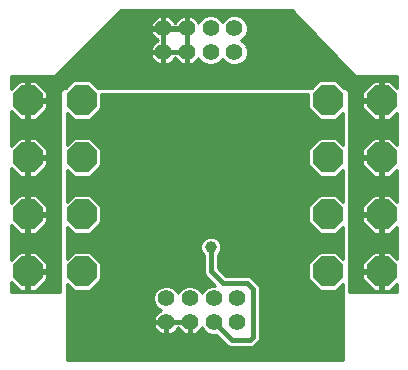
<source format=gbl>
G75*
%MOIN*%
%OFA0B0*%
%FSLAX25Y25*%
%IPPOS*%
%LPD*%
%AMOC8*
5,1,8,0,0,1.08239X$1,22.5*
%
%ADD10OC8,0.10000*%
%ADD11C,0.05543*%
%ADD12C,0.01000*%
%ADD13C,0.03600*%
%ADD14C,0.03962*%
%ADD15C,0.01600*%
D10*
X0009250Y0033250D03*
X0027250Y0033250D03*
X0027250Y0052250D03*
X0009250Y0052250D03*
X0009250Y0071250D03*
X0027250Y0071250D03*
X0027250Y0090250D03*
X0009250Y0090250D03*
X0109250Y0090250D03*
X0127250Y0090250D03*
X0127250Y0071250D03*
X0109250Y0071250D03*
X0109250Y0052250D03*
X0127250Y0052250D03*
X0127250Y0033250D03*
X0109250Y0033250D03*
D11*
X0079061Y0024187D03*
X0071187Y0024187D03*
X0063313Y0024187D03*
X0063313Y0016313D03*
X0071187Y0016313D03*
X0079061Y0016313D03*
X0055439Y0016313D03*
X0055439Y0024187D03*
X0054439Y0106313D03*
X0062313Y0106313D03*
X0062313Y0114187D03*
X0070187Y0114187D03*
X0078061Y0114187D03*
X0078061Y0106313D03*
X0070187Y0106313D03*
X0054439Y0114187D03*
D12*
X0022250Y0029058D02*
X0022250Y0003750D01*
X0114250Y0003750D01*
X0114250Y0029058D01*
X0111942Y0026750D01*
X0106558Y0026750D01*
X0102750Y0030558D01*
X0102750Y0035942D01*
X0106558Y0039750D01*
X0111942Y0039750D01*
X0114250Y0037442D01*
X0114250Y0048058D01*
X0111942Y0045750D01*
X0106558Y0045750D01*
X0102750Y0049558D01*
X0102750Y0054942D01*
X0106558Y0058750D01*
X0111942Y0058750D01*
X0114250Y0056442D01*
X0114250Y0067058D01*
X0111942Y0064750D01*
X0106558Y0064750D01*
X0102750Y0068558D01*
X0102750Y0073942D01*
X0106558Y0077750D01*
X0111942Y0077750D01*
X0114250Y0075442D01*
X0114250Y0086058D01*
X0111942Y0083750D01*
X0106558Y0083750D01*
X0102750Y0087558D01*
X0102750Y0092250D01*
X0033750Y0092250D01*
X0033750Y0087558D01*
X0029942Y0083750D01*
X0024558Y0083750D01*
X0022250Y0086058D01*
X0022250Y0075442D01*
X0024558Y0077750D01*
X0029942Y0077750D01*
X0033750Y0073942D01*
X0033750Y0068558D01*
X0029942Y0064750D01*
X0024558Y0064750D01*
X0022250Y0067058D01*
X0022250Y0056442D01*
X0024558Y0058750D01*
X0029942Y0058750D01*
X0033750Y0054942D01*
X0033750Y0049558D01*
X0029942Y0045750D01*
X0024558Y0045750D01*
X0022250Y0048058D01*
X0022250Y0037442D01*
X0024558Y0039750D01*
X0029942Y0039750D01*
X0033750Y0035942D01*
X0033750Y0030558D01*
X0029942Y0026750D01*
X0024558Y0026750D01*
X0022250Y0029058D01*
X0022250Y0028210D02*
X0023098Y0028210D01*
X0022250Y0027211D02*
X0024096Y0027211D01*
X0022250Y0026213D02*
X0051654Y0026213D01*
X0051818Y0026607D02*
X0051167Y0025037D01*
X0051167Y0023337D01*
X0051818Y0021767D01*
X0053019Y0020566D01*
X0053768Y0020256D01*
X0053200Y0019966D01*
X0052656Y0019571D01*
X0052181Y0019096D01*
X0051786Y0018552D01*
X0051480Y0017953D01*
X0051273Y0017313D01*
X0051175Y0016699D01*
X0055053Y0016699D01*
X0055053Y0015927D01*
X0055825Y0015927D01*
X0055825Y0016699D01*
X0062927Y0016699D01*
X0062927Y0015927D01*
X0063699Y0015927D01*
X0063699Y0012049D01*
X0064313Y0012147D01*
X0064953Y0012354D01*
X0065552Y0012660D01*
X0066096Y0013055D01*
X0066571Y0013530D01*
X0066966Y0014074D01*
X0067256Y0014642D01*
X0067566Y0013893D01*
X0068767Y0012692D01*
X0070337Y0012041D01*
X0072037Y0012041D01*
X0072156Y0012091D01*
X0076297Y0007950D01*
X0084203Y0007950D01*
X0085550Y0009297D01*
X0086550Y0010297D01*
X0086550Y0028203D01*
X0085203Y0029550D01*
X0083203Y0031550D01*
X0075203Y0031550D01*
X0072550Y0034203D01*
X0072550Y0038627D01*
X0073201Y0039278D01*
X0073731Y0040558D01*
X0073731Y0041942D01*
X0073201Y0043222D01*
X0072222Y0044201D01*
X0070942Y0044731D01*
X0069558Y0044731D01*
X0068278Y0044201D01*
X0067299Y0043222D01*
X0066769Y0041942D01*
X0066769Y0040558D01*
X0067299Y0039278D01*
X0067950Y0038627D01*
X0067950Y0032297D01*
X0071789Y0028459D01*
X0070337Y0028459D01*
X0068767Y0027808D01*
X0067566Y0026607D01*
X0067250Y0025845D01*
X0066934Y0026607D01*
X0065733Y0027808D01*
X0064163Y0028459D01*
X0062463Y0028459D01*
X0060893Y0027808D01*
X0059692Y0026607D01*
X0059376Y0025845D01*
X0059060Y0026607D01*
X0057859Y0027808D01*
X0056289Y0028459D01*
X0054589Y0028459D01*
X0053019Y0027808D01*
X0051818Y0026607D01*
X0052422Y0027211D02*
X0030404Y0027211D01*
X0031402Y0028210D02*
X0053989Y0028210D01*
X0056889Y0028210D02*
X0061863Y0028210D01*
X0060296Y0027211D02*
X0058456Y0027211D01*
X0059223Y0026213D02*
X0059529Y0026213D01*
X0064763Y0028210D02*
X0069737Y0028210D01*
X0071039Y0029208D02*
X0032401Y0029208D01*
X0033399Y0030207D02*
X0070040Y0030207D01*
X0069042Y0031205D02*
X0033750Y0031205D01*
X0033750Y0032204D02*
X0068043Y0032204D01*
X0067950Y0033202D02*
X0033750Y0033202D01*
X0033750Y0034201D02*
X0067950Y0034201D01*
X0067950Y0035199D02*
X0033750Y0035199D01*
X0033494Y0036198D02*
X0067950Y0036198D01*
X0067950Y0037196D02*
X0032496Y0037196D01*
X0031497Y0038195D02*
X0067950Y0038195D01*
X0067384Y0039193D02*
X0030499Y0039193D01*
X0024001Y0039193D02*
X0022250Y0039193D01*
X0022250Y0038195D02*
X0023003Y0038195D01*
X0022250Y0040192D02*
X0066920Y0040192D01*
X0066769Y0041190D02*
X0022250Y0041190D01*
X0022250Y0042189D02*
X0066871Y0042189D01*
X0067285Y0043187D02*
X0022250Y0043187D01*
X0022250Y0044186D02*
X0068263Y0044186D01*
X0072237Y0044186D02*
X0114250Y0044186D01*
X0114250Y0045184D02*
X0022250Y0045184D01*
X0022250Y0046183D02*
X0024125Y0046183D01*
X0023126Y0047182D02*
X0022250Y0047182D01*
X0020050Y0047182D02*
X0013374Y0047182D01*
X0014372Y0048180D02*
X0020050Y0048180D01*
X0020050Y0049179D02*
X0015371Y0049179D01*
X0015750Y0049558D02*
X0015750Y0051750D01*
X0009750Y0051750D01*
X0009750Y0052750D01*
X0008750Y0052750D01*
X0008750Y0058750D01*
X0006558Y0058750D01*
X0003750Y0055942D01*
X0003750Y0067558D01*
X0006558Y0064750D01*
X0008750Y0064750D01*
X0008750Y0070750D01*
X0009750Y0070750D01*
X0009750Y0071750D01*
X0008750Y0071750D01*
X0008750Y0077750D01*
X0006558Y0077750D01*
X0003750Y0074942D01*
X0003750Y0086558D01*
X0006558Y0083750D01*
X0008750Y0083750D01*
X0008750Y0089750D01*
X0009750Y0089750D01*
X0009750Y0090750D01*
X0008750Y0090750D01*
X0008750Y0096750D01*
X0006558Y0096750D01*
X0003750Y0093942D01*
X0003750Y0098250D01*
X0018250Y0098250D01*
X0040250Y0120250D01*
X0097250Y0120250D01*
X0118250Y0098250D01*
X0132250Y0098250D01*
X0132250Y0094442D01*
X0129942Y0096750D01*
X0127750Y0096750D01*
X0127750Y0090750D01*
X0126750Y0090750D01*
X0126750Y0096750D01*
X0124558Y0096750D01*
X0120750Y0092942D01*
X0120750Y0090750D01*
X0126750Y0090750D01*
X0126750Y0089750D01*
X0127750Y0089750D01*
X0127750Y0083750D01*
X0129942Y0083750D01*
X0132250Y0086058D01*
X0132250Y0075442D01*
X0129942Y0077750D01*
X0127750Y0077750D01*
X0127750Y0071750D01*
X0126750Y0071750D01*
X0126750Y0077750D01*
X0124558Y0077750D01*
X0120750Y0073942D01*
X0120750Y0071750D01*
X0126750Y0071750D01*
X0126750Y0070750D01*
X0127750Y0070750D01*
X0127750Y0064750D01*
X0129942Y0064750D01*
X0132250Y0067058D01*
X0132250Y0056442D01*
X0129942Y0058750D01*
X0127750Y0058750D01*
X0127750Y0052750D01*
X0126750Y0052750D01*
X0126750Y0058750D01*
X0124558Y0058750D01*
X0120750Y0054942D01*
X0120750Y0052750D01*
X0126750Y0052750D01*
X0126750Y0051750D01*
X0127750Y0051750D01*
X0127750Y0045750D01*
X0129942Y0045750D01*
X0132250Y0048058D01*
X0132250Y0037442D01*
X0129942Y0039750D01*
X0127750Y0039750D01*
X0127750Y0033750D01*
X0126750Y0033750D01*
X0126750Y0039750D01*
X0124558Y0039750D01*
X0120750Y0035942D01*
X0120750Y0033750D01*
X0126750Y0033750D01*
X0126750Y0032750D01*
X0127750Y0032750D01*
X0127750Y0026750D01*
X0129942Y0026750D01*
X0132250Y0029058D01*
X0132250Y0026250D01*
X0116450Y0026250D01*
X0116450Y0093161D01*
X0115161Y0094450D01*
X0114525Y0094450D01*
X0112025Y0096950D01*
X0106475Y0096950D01*
X0103975Y0094450D01*
X0032525Y0094450D01*
X0030025Y0096950D01*
X0024475Y0096950D01*
X0021975Y0094450D01*
X0021339Y0094450D01*
X0020050Y0093161D01*
X0020050Y0026250D01*
X0003750Y0026250D01*
X0003750Y0029558D01*
X0006558Y0026750D01*
X0008750Y0026750D01*
X0008750Y0032750D01*
X0009750Y0032750D01*
X0009750Y0033750D01*
X0008750Y0033750D01*
X0008750Y0039750D01*
X0006558Y0039750D01*
X0003750Y0036942D01*
X0003750Y0048558D01*
X0006558Y0045750D01*
X0008750Y0045750D01*
X0008750Y0051750D01*
X0009750Y0051750D01*
X0009750Y0045750D01*
X0011942Y0045750D01*
X0015750Y0049558D01*
X0015750Y0050177D02*
X0020050Y0050177D01*
X0020050Y0051176D02*
X0015750Y0051176D01*
X0015750Y0052750D02*
X0015750Y0054942D01*
X0011942Y0058750D01*
X0009750Y0058750D01*
X0009750Y0052750D01*
X0015750Y0052750D01*
X0015750Y0053173D02*
X0020050Y0053173D01*
X0020050Y0054171D02*
X0015750Y0054171D01*
X0015523Y0055170D02*
X0020050Y0055170D01*
X0020050Y0056168D02*
X0014524Y0056168D01*
X0013526Y0057167D02*
X0020050Y0057167D01*
X0020050Y0058165D02*
X0012527Y0058165D01*
X0009750Y0058165D02*
X0008750Y0058165D01*
X0008750Y0057167D02*
X0009750Y0057167D01*
X0009750Y0056168D02*
X0008750Y0056168D01*
X0008750Y0055170D02*
X0009750Y0055170D01*
X0009750Y0054171D02*
X0008750Y0054171D01*
X0008750Y0053173D02*
X0009750Y0053173D01*
X0009750Y0052174D02*
X0020050Y0052174D01*
X0022250Y0057167D02*
X0022974Y0057167D01*
X0022250Y0058165D02*
X0023973Y0058165D01*
X0022250Y0059164D02*
X0114250Y0059164D01*
X0114250Y0060162D02*
X0022250Y0060162D01*
X0022250Y0061161D02*
X0114250Y0061161D01*
X0114250Y0062159D02*
X0022250Y0062159D01*
X0022250Y0063158D02*
X0114250Y0063158D01*
X0114250Y0064156D02*
X0022250Y0064156D01*
X0022250Y0065155D02*
X0024153Y0065155D01*
X0023154Y0066153D02*
X0022250Y0066153D01*
X0020050Y0066153D02*
X0013346Y0066153D01*
X0014344Y0067152D02*
X0020050Y0067152D01*
X0020050Y0068150D02*
X0015343Y0068150D01*
X0015750Y0068558D02*
X0015750Y0070750D01*
X0009750Y0070750D01*
X0009750Y0064750D01*
X0011942Y0064750D01*
X0015750Y0068558D01*
X0015750Y0069149D02*
X0020050Y0069149D01*
X0020050Y0070147D02*
X0015750Y0070147D01*
X0015750Y0071750D02*
X0015750Y0073942D01*
X0011942Y0077750D01*
X0009750Y0077750D01*
X0009750Y0071750D01*
X0015750Y0071750D01*
X0015750Y0072144D02*
X0020050Y0072144D01*
X0020050Y0071146D02*
X0009750Y0071146D01*
X0009750Y0072144D02*
X0008750Y0072144D01*
X0008750Y0073143D02*
X0009750Y0073143D01*
X0009750Y0074141D02*
X0008750Y0074141D01*
X0008750Y0075140D02*
X0009750Y0075140D01*
X0009750Y0076138D02*
X0008750Y0076138D01*
X0008750Y0077137D02*
X0009750Y0077137D01*
X0012555Y0077137D02*
X0020050Y0077137D01*
X0020050Y0078135D02*
X0003750Y0078135D01*
X0003750Y0077137D02*
X0005945Y0077137D01*
X0004946Y0076138D02*
X0003750Y0076138D01*
X0003750Y0075140D02*
X0003947Y0075140D01*
X0003750Y0079134D02*
X0020050Y0079134D01*
X0020050Y0080132D02*
X0003750Y0080132D01*
X0003750Y0081131D02*
X0020050Y0081131D01*
X0020050Y0082129D02*
X0003750Y0082129D01*
X0003750Y0083128D02*
X0020050Y0083128D01*
X0020050Y0084126D02*
X0012319Y0084126D01*
X0011942Y0083750D02*
X0015750Y0087558D01*
X0015750Y0089750D01*
X0009750Y0089750D01*
X0009750Y0083750D01*
X0011942Y0083750D01*
X0013317Y0085125D02*
X0020050Y0085125D01*
X0020050Y0086123D02*
X0014316Y0086123D01*
X0015314Y0087122D02*
X0020050Y0087122D01*
X0020050Y0088120D02*
X0015750Y0088120D01*
X0015750Y0089119D02*
X0020050Y0089119D01*
X0020050Y0090118D02*
X0009750Y0090118D01*
X0009750Y0090750D02*
X0015750Y0090750D01*
X0015750Y0092942D01*
X0011942Y0096750D01*
X0009750Y0096750D01*
X0009750Y0090750D01*
X0009750Y0091116D02*
X0008750Y0091116D01*
X0008750Y0092115D02*
X0009750Y0092115D01*
X0009750Y0093113D02*
X0008750Y0093113D01*
X0008750Y0094112D02*
X0009750Y0094112D01*
X0009750Y0095110D02*
X0008750Y0095110D01*
X0008750Y0096109D02*
X0009750Y0096109D01*
X0012584Y0096109D02*
X0023633Y0096109D01*
X0022635Y0095110D02*
X0013582Y0095110D01*
X0014581Y0094112D02*
X0021000Y0094112D01*
X0020050Y0093113D02*
X0015579Y0093113D01*
X0015750Y0092115D02*
X0020050Y0092115D01*
X0020050Y0091116D02*
X0015750Y0091116D01*
X0009750Y0089119D02*
X0008750Y0089119D01*
X0008750Y0088120D02*
X0009750Y0088120D01*
X0009750Y0087122D02*
X0008750Y0087122D01*
X0008750Y0086123D02*
X0009750Y0086123D01*
X0009750Y0085125D02*
X0008750Y0085125D01*
X0008750Y0084126D02*
X0009750Y0084126D01*
X0006181Y0084126D02*
X0003750Y0084126D01*
X0003750Y0085125D02*
X0005183Y0085125D01*
X0004184Y0086123D02*
X0003750Y0086123D01*
X0003750Y0094112D02*
X0003919Y0094112D01*
X0003750Y0095110D02*
X0004918Y0095110D01*
X0005916Y0096109D02*
X0003750Y0096109D01*
X0003750Y0097107D02*
X0132250Y0097107D01*
X0132250Y0096109D02*
X0130584Y0096109D01*
X0131582Y0095110D02*
X0132250Y0095110D01*
X0132250Y0098106D02*
X0003750Y0098106D01*
X0019104Y0099104D02*
X0117435Y0099104D01*
X0116482Y0100103D02*
X0020103Y0100103D01*
X0021101Y0101101D02*
X0115528Y0101101D01*
X0114575Y0102100D02*
X0079574Y0102100D01*
X0078950Y0101841D02*
X0080594Y0102522D01*
X0081852Y0103780D01*
X0082533Y0105424D01*
X0082533Y0107202D01*
X0081852Y0108846D01*
X0080594Y0110104D01*
X0080241Y0110250D01*
X0080594Y0110396D01*
X0081852Y0111654D01*
X0082533Y0113298D01*
X0082533Y0115076D01*
X0081852Y0116720D01*
X0080594Y0117978D01*
X0078950Y0118659D01*
X0077172Y0118659D01*
X0075528Y0117978D01*
X0074270Y0116720D01*
X0074124Y0116367D01*
X0073978Y0116720D01*
X0072720Y0117978D01*
X0071076Y0118659D01*
X0069298Y0118659D01*
X0067654Y0117978D01*
X0066396Y0116720D01*
X0066136Y0116093D01*
X0065966Y0116426D01*
X0065571Y0116970D01*
X0065096Y0117445D01*
X0064552Y0117840D01*
X0063953Y0118146D01*
X0063313Y0118353D01*
X0062699Y0118451D01*
X0062699Y0114573D01*
X0061927Y0114573D01*
X0061927Y0118451D01*
X0061313Y0118353D01*
X0060673Y0118146D01*
X0060074Y0117840D01*
X0059530Y0117445D01*
X0059055Y0116970D01*
X0058660Y0116426D01*
X0058376Y0115869D01*
X0058092Y0116426D01*
X0057697Y0116970D01*
X0057222Y0117445D01*
X0056678Y0117840D01*
X0056079Y0118146D01*
X0055439Y0118353D01*
X0054825Y0118451D01*
X0054825Y0114573D01*
X0061927Y0114573D01*
X0061927Y0113801D01*
X0062699Y0113801D01*
X0062699Y0109923D01*
X0062699Y0106699D01*
X0061927Y0106699D01*
X0061927Y0113801D01*
X0058049Y0113801D01*
X0054825Y0113801D01*
X0054825Y0114573D01*
X0054053Y0114573D01*
X0054053Y0118451D01*
X0053439Y0118353D01*
X0052799Y0118146D01*
X0052200Y0117840D01*
X0051656Y0117445D01*
X0051181Y0116970D01*
X0050786Y0116426D01*
X0050480Y0115827D01*
X0050273Y0115187D01*
X0050175Y0114573D01*
X0054053Y0114573D01*
X0054053Y0113801D01*
X0054825Y0113801D01*
X0054825Y0109923D01*
X0054825Y0106699D01*
X0054053Y0106699D01*
X0054053Y0113801D01*
X0050175Y0113801D01*
X0050273Y0113187D01*
X0050480Y0112547D01*
X0050786Y0111948D01*
X0051181Y0111404D01*
X0051656Y0110929D01*
X0052200Y0110534D01*
X0052757Y0110250D01*
X0052200Y0109966D01*
X0051656Y0109571D01*
X0051181Y0109096D01*
X0050786Y0108552D01*
X0050480Y0107953D01*
X0050273Y0107313D01*
X0050175Y0106699D01*
X0054053Y0106699D01*
X0054053Y0105927D01*
X0054825Y0105927D01*
X0054825Y0106699D01*
X0061927Y0106699D01*
X0061927Y0105927D01*
X0062699Y0105927D01*
X0062699Y0102049D01*
X0063313Y0102147D01*
X0063953Y0102354D01*
X0064552Y0102660D01*
X0065096Y0103055D01*
X0065571Y0103530D01*
X0065966Y0104074D01*
X0066136Y0104407D01*
X0066396Y0103780D01*
X0067654Y0102522D01*
X0069298Y0101841D01*
X0071076Y0101841D01*
X0072720Y0102522D01*
X0073978Y0103780D01*
X0074124Y0104133D01*
X0074270Y0103780D01*
X0075528Y0102522D01*
X0077172Y0101841D01*
X0078950Y0101841D01*
X0076548Y0102100D02*
X0071700Y0102100D01*
X0073296Y0103098D02*
X0074952Y0103098D01*
X0074139Y0104097D02*
X0074109Y0104097D01*
X0068674Y0102100D02*
X0063017Y0102100D01*
X0062699Y0102100D02*
X0061927Y0102100D01*
X0061927Y0102049D02*
X0061927Y0105927D01*
X0058049Y0105927D01*
X0054825Y0105927D01*
X0054825Y0102049D01*
X0055439Y0102147D01*
X0056079Y0102354D01*
X0056678Y0102660D01*
X0057222Y0103055D01*
X0057697Y0103530D01*
X0058092Y0104074D01*
X0058376Y0104631D01*
X0058660Y0104074D01*
X0059055Y0103530D01*
X0059530Y0103055D01*
X0060074Y0102660D01*
X0060673Y0102354D01*
X0061313Y0102147D01*
X0061927Y0102049D01*
X0061609Y0102100D02*
X0055143Y0102100D01*
X0054825Y0102100D02*
X0054053Y0102100D01*
X0054053Y0102049D02*
X0054053Y0105927D01*
X0050175Y0105927D01*
X0050273Y0105313D01*
X0050480Y0104673D01*
X0050786Y0104074D01*
X0051181Y0103530D01*
X0051656Y0103055D01*
X0052200Y0102660D01*
X0052799Y0102354D01*
X0053439Y0102147D01*
X0054053Y0102049D01*
X0053735Y0102100D02*
X0022100Y0102100D01*
X0023098Y0103098D02*
X0051613Y0103098D01*
X0050774Y0104097D02*
X0024097Y0104097D01*
X0025095Y0105095D02*
X0050343Y0105095D01*
X0050237Y0107092D02*
X0027092Y0107092D01*
X0026094Y0106094D02*
X0054053Y0106094D01*
X0054825Y0106094D02*
X0061927Y0106094D01*
X0061927Y0107092D02*
X0062699Y0107092D01*
X0062699Y0108091D02*
X0061927Y0108091D01*
X0061927Y0109089D02*
X0062699Y0109089D01*
X0062699Y0110088D02*
X0061927Y0110088D01*
X0061927Y0111086D02*
X0062699Y0111086D01*
X0062699Y0112085D02*
X0061927Y0112085D01*
X0061927Y0113083D02*
X0062699Y0113083D01*
X0061927Y0114082D02*
X0054825Y0114082D01*
X0054053Y0114082D02*
X0034082Y0114082D01*
X0035080Y0115080D02*
X0050256Y0115080D01*
X0050609Y0116079D02*
X0036079Y0116079D01*
X0037077Y0117077D02*
X0051288Y0117077D01*
X0052662Y0118076D02*
X0038076Y0118076D01*
X0039074Y0119074D02*
X0098372Y0119074D01*
X0099325Y0118076D02*
X0080358Y0118076D01*
X0081495Y0117077D02*
X0100278Y0117077D01*
X0101232Y0116079D02*
X0082117Y0116079D01*
X0082531Y0115080D02*
X0102185Y0115080D01*
X0103138Y0114082D02*
X0082533Y0114082D01*
X0082444Y0113083D02*
X0104091Y0113083D01*
X0105044Y0112085D02*
X0082030Y0112085D01*
X0081284Y0111086D02*
X0105997Y0111086D01*
X0106950Y0110088D02*
X0080610Y0110088D01*
X0081609Y0109089D02*
X0107903Y0109089D01*
X0108857Y0108091D02*
X0082165Y0108091D01*
X0082533Y0107092D02*
X0109810Y0107092D01*
X0110763Y0106094D02*
X0082533Y0106094D01*
X0082397Y0105095D02*
X0111716Y0105095D01*
X0112669Y0104097D02*
X0081983Y0104097D01*
X0081170Y0103098D02*
X0113622Y0103098D01*
X0112867Y0096109D02*
X0123916Y0096109D01*
X0122918Y0095110D02*
X0113865Y0095110D01*
X0115500Y0094112D02*
X0121919Y0094112D01*
X0120921Y0093113D02*
X0116450Y0093113D01*
X0116450Y0092115D02*
X0120750Y0092115D01*
X0120750Y0091116D02*
X0116450Y0091116D01*
X0116450Y0090118D02*
X0126750Y0090118D01*
X0126750Y0089750D02*
X0120750Y0089750D01*
X0120750Y0087558D01*
X0124558Y0083750D01*
X0126750Y0083750D01*
X0126750Y0089750D01*
X0126750Y0089119D02*
X0127750Y0089119D01*
X0127750Y0088120D02*
X0126750Y0088120D01*
X0126750Y0087122D02*
X0127750Y0087122D01*
X0127750Y0086123D02*
X0126750Y0086123D01*
X0126750Y0085125D02*
X0127750Y0085125D01*
X0127750Y0084126D02*
X0126750Y0084126D01*
X0124181Y0084126D02*
X0116450Y0084126D01*
X0116450Y0083128D02*
X0132250Y0083128D01*
X0132250Y0084126D02*
X0130319Y0084126D01*
X0131317Y0085125D02*
X0132250Y0085125D01*
X0132250Y0082129D02*
X0116450Y0082129D01*
X0116450Y0081131D02*
X0132250Y0081131D01*
X0132250Y0080132D02*
X0116450Y0080132D01*
X0116450Y0079134D02*
X0132250Y0079134D01*
X0132250Y0078135D02*
X0116450Y0078135D01*
X0116450Y0077137D02*
X0123944Y0077137D01*
X0122946Y0076138D02*
X0116450Y0076138D01*
X0116450Y0075140D02*
X0121947Y0075140D01*
X0120949Y0074141D02*
X0116450Y0074141D01*
X0116450Y0073143D02*
X0120750Y0073143D01*
X0120750Y0072144D02*
X0116450Y0072144D01*
X0116450Y0071146D02*
X0126750Y0071146D01*
X0126750Y0070750D02*
X0120750Y0070750D01*
X0120750Y0068558D01*
X0124558Y0064750D01*
X0126750Y0064750D01*
X0126750Y0070750D01*
X0126750Y0070147D02*
X0127750Y0070147D01*
X0127750Y0069149D02*
X0126750Y0069149D01*
X0126750Y0068150D02*
X0127750Y0068150D01*
X0127750Y0067152D02*
X0126750Y0067152D01*
X0126750Y0066153D02*
X0127750Y0066153D01*
X0127750Y0065155D02*
X0126750Y0065155D01*
X0124153Y0065155D02*
X0116450Y0065155D01*
X0116450Y0066153D02*
X0123154Y0066153D01*
X0122156Y0067152D02*
X0116450Y0067152D01*
X0116450Y0068150D02*
X0121157Y0068150D01*
X0120750Y0069149D02*
X0116450Y0069149D01*
X0116450Y0070147D02*
X0120750Y0070147D01*
X0126750Y0072144D02*
X0127750Y0072144D01*
X0127750Y0073143D02*
X0126750Y0073143D01*
X0126750Y0074141D02*
X0127750Y0074141D01*
X0127750Y0075140D02*
X0126750Y0075140D01*
X0126750Y0076138D02*
X0127750Y0076138D01*
X0127750Y0077137D02*
X0126750Y0077137D01*
X0130555Y0077137D02*
X0132250Y0077137D01*
X0132250Y0076138D02*
X0131554Y0076138D01*
X0123183Y0085125D02*
X0116450Y0085125D01*
X0116450Y0086123D02*
X0122184Y0086123D01*
X0121186Y0087122D02*
X0116450Y0087122D01*
X0116450Y0088120D02*
X0120750Y0088120D01*
X0120750Y0089119D02*
X0116450Y0089119D01*
X0114250Y0085125D02*
X0113317Y0085125D01*
X0114250Y0084126D02*
X0112319Y0084126D01*
X0114250Y0083128D02*
X0022250Y0083128D01*
X0022250Y0084126D02*
X0024181Y0084126D01*
X0023183Y0085125D02*
X0022250Y0085125D01*
X0022250Y0082129D02*
X0114250Y0082129D01*
X0114250Y0081131D02*
X0022250Y0081131D01*
X0022250Y0080132D02*
X0114250Y0080132D01*
X0114250Y0079134D02*
X0022250Y0079134D01*
X0022250Y0078135D02*
X0114250Y0078135D01*
X0114250Y0077137D02*
X0112555Y0077137D01*
X0113554Y0076138D02*
X0114250Y0076138D01*
X0105944Y0077137D02*
X0030555Y0077137D01*
X0031554Y0076138D02*
X0104946Y0076138D01*
X0103947Y0075140D02*
X0032553Y0075140D01*
X0033551Y0074141D02*
X0102949Y0074141D01*
X0102750Y0073143D02*
X0033750Y0073143D01*
X0033750Y0072144D02*
X0102750Y0072144D01*
X0102750Y0071146D02*
X0033750Y0071146D01*
X0033750Y0070147D02*
X0102750Y0070147D01*
X0102750Y0069149D02*
X0033750Y0069149D01*
X0033343Y0068150D02*
X0103157Y0068150D01*
X0104156Y0067152D02*
X0032344Y0067152D01*
X0031346Y0066153D02*
X0105154Y0066153D01*
X0106153Y0065155D02*
X0030347Y0065155D01*
X0030527Y0058165D02*
X0105973Y0058165D01*
X0104974Y0057167D02*
X0031526Y0057167D01*
X0032524Y0056168D02*
X0103976Y0056168D01*
X0102977Y0055170D02*
X0033523Y0055170D01*
X0033750Y0054171D02*
X0102750Y0054171D01*
X0102750Y0053173D02*
X0033750Y0053173D01*
X0033750Y0052174D02*
X0102750Y0052174D01*
X0102750Y0051176D02*
X0033750Y0051176D01*
X0033750Y0050177D02*
X0102750Y0050177D01*
X0103129Y0049179D02*
X0033371Y0049179D01*
X0032372Y0048180D02*
X0104128Y0048180D01*
X0105126Y0047182D02*
X0031374Y0047182D01*
X0030375Y0046183D02*
X0106125Y0046183D01*
X0112375Y0046183D02*
X0114250Y0046183D01*
X0114250Y0047182D02*
X0113374Y0047182D01*
X0116450Y0047182D02*
X0123126Y0047182D01*
X0122128Y0048180D02*
X0116450Y0048180D01*
X0116450Y0049179D02*
X0121129Y0049179D01*
X0120750Y0049558D02*
X0124558Y0045750D01*
X0126750Y0045750D01*
X0126750Y0051750D01*
X0120750Y0051750D01*
X0120750Y0049558D01*
X0120750Y0050177D02*
X0116450Y0050177D01*
X0116450Y0051176D02*
X0120750Y0051176D01*
X0120750Y0053173D02*
X0116450Y0053173D01*
X0116450Y0054171D02*
X0120750Y0054171D01*
X0120977Y0055170D02*
X0116450Y0055170D01*
X0116450Y0056168D02*
X0121976Y0056168D01*
X0122974Y0057167D02*
X0116450Y0057167D01*
X0116450Y0058165D02*
X0123973Y0058165D01*
X0126750Y0058165D02*
X0127750Y0058165D01*
X0127750Y0057167D02*
X0126750Y0057167D01*
X0126750Y0056168D02*
X0127750Y0056168D01*
X0127750Y0055170D02*
X0126750Y0055170D01*
X0126750Y0054171D02*
X0127750Y0054171D01*
X0127750Y0053173D02*
X0126750Y0053173D01*
X0126750Y0052174D02*
X0116450Y0052174D01*
X0114250Y0057167D02*
X0113526Y0057167D01*
X0114250Y0058165D02*
X0112527Y0058165D01*
X0116450Y0059164D02*
X0132250Y0059164D01*
X0132250Y0060162D02*
X0116450Y0060162D01*
X0116450Y0061161D02*
X0132250Y0061161D01*
X0132250Y0062159D02*
X0116450Y0062159D01*
X0116450Y0063158D02*
X0132250Y0063158D01*
X0132250Y0064156D02*
X0116450Y0064156D01*
X0114250Y0065155D02*
X0112347Y0065155D01*
X0113346Y0066153D02*
X0114250Y0066153D01*
X0126750Y0051176D02*
X0127750Y0051176D01*
X0127750Y0050177D02*
X0126750Y0050177D01*
X0126750Y0049179D02*
X0127750Y0049179D01*
X0127750Y0048180D02*
X0126750Y0048180D01*
X0126750Y0047182D02*
X0127750Y0047182D01*
X0127750Y0046183D02*
X0126750Y0046183D01*
X0124125Y0046183D02*
X0116450Y0046183D01*
X0116450Y0045184D02*
X0132250Y0045184D01*
X0132250Y0044186D02*
X0116450Y0044186D01*
X0116450Y0043187D02*
X0132250Y0043187D01*
X0132250Y0042189D02*
X0116450Y0042189D01*
X0116450Y0041190D02*
X0132250Y0041190D01*
X0132250Y0040192D02*
X0116450Y0040192D01*
X0116450Y0039193D02*
X0124001Y0039193D01*
X0123003Y0038195D02*
X0116450Y0038195D01*
X0116450Y0037196D02*
X0122004Y0037196D01*
X0121006Y0036198D02*
X0116450Y0036198D01*
X0116450Y0035199D02*
X0120750Y0035199D01*
X0120750Y0034201D02*
X0116450Y0034201D01*
X0116450Y0033202D02*
X0126750Y0033202D01*
X0126750Y0032750D02*
X0120750Y0032750D01*
X0120750Y0030558D01*
X0124558Y0026750D01*
X0126750Y0026750D01*
X0126750Y0032750D01*
X0126750Y0032204D02*
X0127750Y0032204D01*
X0127750Y0031205D02*
X0126750Y0031205D01*
X0126750Y0030207D02*
X0127750Y0030207D01*
X0127750Y0029208D02*
X0126750Y0029208D01*
X0126750Y0028210D02*
X0127750Y0028210D01*
X0127750Y0027211D02*
X0126750Y0027211D01*
X0124096Y0027211D02*
X0116450Y0027211D01*
X0116450Y0028210D02*
X0123098Y0028210D01*
X0122099Y0029208D02*
X0116450Y0029208D01*
X0116450Y0030207D02*
X0121101Y0030207D01*
X0120750Y0031205D02*
X0116450Y0031205D01*
X0116450Y0032204D02*
X0120750Y0032204D01*
X0126750Y0034201D02*
X0127750Y0034201D01*
X0127750Y0035199D02*
X0126750Y0035199D01*
X0126750Y0036198D02*
X0127750Y0036198D01*
X0127750Y0037196D02*
X0126750Y0037196D01*
X0126750Y0038195D02*
X0127750Y0038195D01*
X0127750Y0039193D02*
X0126750Y0039193D01*
X0130499Y0039193D02*
X0132250Y0039193D01*
X0132250Y0038195D02*
X0131497Y0038195D01*
X0132250Y0046183D02*
X0130375Y0046183D01*
X0131374Y0047182D02*
X0132250Y0047182D01*
X0132250Y0057167D02*
X0131526Y0057167D01*
X0132250Y0058165D02*
X0130527Y0058165D01*
X0130347Y0065155D02*
X0132250Y0065155D01*
X0132250Y0066153D02*
X0131346Y0066153D01*
X0114250Y0043187D02*
X0073215Y0043187D01*
X0073629Y0042189D02*
X0114250Y0042189D01*
X0114250Y0041190D02*
X0073731Y0041190D01*
X0073580Y0040192D02*
X0114250Y0040192D01*
X0114250Y0039193D02*
X0112499Y0039193D01*
X0113497Y0038195D02*
X0114250Y0038195D01*
X0106001Y0039193D02*
X0073116Y0039193D01*
X0072550Y0038195D02*
X0105003Y0038195D01*
X0104004Y0037196D02*
X0072550Y0037196D01*
X0072550Y0036198D02*
X0103006Y0036198D01*
X0102750Y0035199D02*
X0072550Y0035199D01*
X0072552Y0034201D02*
X0102750Y0034201D01*
X0102750Y0033202D02*
X0073550Y0033202D01*
X0074549Y0032204D02*
X0102750Y0032204D01*
X0102750Y0031205D02*
X0083547Y0031205D01*
X0084546Y0030207D02*
X0103101Y0030207D01*
X0104099Y0029208D02*
X0085544Y0029208D01*
X0086543Y0028210D02*
X0105098Y0028210D01*
X0106096Y0027211D02*
X0086550Y0027211D01*
X0086550Y0026213D02*
X0114250Y0026213D01*
X0114250Y0027211D02*
X0112404Y0027211D01*
X0113402Y0028210D02*
X0114250Y0028210D01*
X0114250Y0025214D02*
X0086550Y0025214D01*
X0086550Y0024216D02*
X0114250Y0024216D01*
X0114250Y0023217D02*
X0086550Y0023217D01*
X0086550Y0022219D02*
X0114250Y0022219D01*
X0114250Y0021220D02*
X0086550Y0021220D01*
X0086550Y0020222D02*
X0114250Y0020222D01*
X0114250Y0019223D02*
X0086550Y0019223D01*
X0086550Y0018225D02*
X0114250Y0018225D01*
X0114250Y0017226D02*
X0086550Y0017226D01*
X0086550Y0016228D02*
X0114250Y0016228D01*
X0114250Y0015229D02*
X0086550Y0015229D01*
X0086550Y0014231D02*
X0114250Y0014231D01*
X0114250Y0013232D02*
X0086550Y0013232D01*
X0086550Y0012234D02*
X0114250Y0012234D01*
X0114250Y0011235D02*
X0086550Y0011235D01*
X0086489Y0010237D02*
X0114250Y0010237D01*
X0114250Y0009238D02*
X0085491Y0009238D01*
X0084492Y0008240D02*
X0114250Y0008240D01*
X0114250Y0007241D02*
X0022250Y0007241D01*
X0022250Y0006243D02*
X0114250Y0006243D01*
X0114250Y0005244D02*
X0022250Y0005244D01*
X0022250Y0004246D02*
X0114250Y0004246D01*
X0130404Y0027211D02*
X0132250Y0027211D01*
X0132250Y0028210D02*
X0131402Y0028210D01*
X0076008Y0008240D02*
X0022250Y0008240D01*
X0022250Y0009238D02*
X0075009Y0009238D01*
X0074011Y0010237D02*
X0022250Y0010237D01*
X0022250Y0011235D02*
X0073012Y0011235D01*
X0069873Y0012234D02*
X0064581Y0012234D01*
X0063699Y0012234D02*
X0062927Y0012234D01*
X0062927Y0012049D02*
X0062927Y0015927D01*
X0059049Y0015927D01*
X0055825Y0015927D01*
X0055825Y0012049D01*
X0056439Y0012147D01*
X0057079Y0012354D01*
X0057678Y0012660D01*
X0058222Y0013055D01*
X0058697Y0013530D01*
X0059092Y0014074D01*
X0059376Y0014631D01*
X0059660Y0014074D01*
X0060055Y0013530D01*
X0060530Y0013055D01*
X0061074Y0012660D01*
X0061673Y0012354D01*
X0062313Y0012147D01*
X0062927Y0012049D01*
X0062045Y0012234D02*
X0056707Y0012234D01*
X0055825Y0012234D02*
X0055053Y0012234D01*
X0055053Y0012049D02*
X0055053Y0015927D01*
X0051175Y0015927D01*
X0051273Y0015313D01*
X0051480Y0014673D01*
X0051786Y0014074D01*
X0052181Y0013530D01*
X0052656Y0013055D01*
X0053200Y0012660D01*
X0053799Y0012354D01*
X0054439Y0012147D01*
X0055053Y0012049D01*
X0054171Y0012234D02*
X0022250Y0012234D01*
X0022250Y0013232D02*
X0052479Y0013232D01*
X0051706Y0014231D02*
X0022250Y0014231D01*
X0022250Y0015229D02*
X0051300Y0015229D01*
X0051259Y0017226D02*
X0022250Y0017226D01*
X0022250Y0016228D02*
X0055053Y0016228D01*
X0055825Y0016228D02*
X0062927Y0016228D01*
X0062927Y0015229D02*
X0063699Y0015229D01*
X0063699Y0014231D02*
X0062927Y0014231D01*
X0062927Y0013232D02*
X0063699Y0013232D01*
X0066273Y0013232D02*
X0068227Y0013232D01*
X0067426Y0014231D02*
X0067046Y0014231D01*
X0060353Y0013232D02*
X0058399Y0013232D01*
X0059172Y0014231D02*
X0059580Y0014231D01*
X0055825Y0014231D02*
X0055053Y0014231D01*
X0055053Y0015229D02*
X0055825Y0015229D01*
X0055825Y0013232D02*
X0055053Y0013232D01*
X0051619Y0018225D02*
X0022250Y0018225D01*
X0022250Y0019223D02*
X0052308Y0019223D01*
X0053701Y0020222D02*
X0022250Y0020222D01*
X0022250Y0021220D02*
X0052365Y0021220D01*
X0051631Y0022219D02*
X0022250Y0022219D01*
X0022250Y0023217D02*
X0051217Y0023217D01*
X0051167Y0024216D02*
X0022250Y0024216D01*
X0022250Y0025214D02*
X0051241Y0025214D01*
X0066330Y0027211D02*
X0068170Y0027211D01*
X0067403Y0026213D02*
X0067097Y0026213D01*
X0020050Y0027211D02*
X0012404Y0027211D01*
X0011942Y0026750D02*
X0015750Y0030558D01*
X0015750Y0032750D01*
X0009750Y0032750D01*
X0009750Y0026750D01*
X0011942Y0026750D01*
X0009750Y0027211D02*
X0008750Y0027211D01*
X0008750Y0028210D02*
X0009750Y0028210D01*
X0009750Y0029208D02*
X0008750Y0029208D01*
X0008750Y0030207D02*
X0009750Y0030207D01*
X0009750Y0031205D02*
X0008750Y0031205D01*
X0008750Y0032204D02*
X0009750Y0032204D01*
X0009750Y0033202D02*
X0020050Y0033202D01*
X0020050Y0032204D02*
X0015750Y0032204D01*
X0015750Y0031205D02*
X0020050Y0031205D01*
X0020050Y0030207D02*
X0015399Y0030207D01*
X0014401Y0029208D02*
X0020050Y0029208D01*
X0020050Y0028210D02*
X0013402Y0028210D01*
X0015750Y0033750D02*
X0009750Y0033750D01*
X0009750Y0039750D01*
X0011942Y0039750D01*
X0015750Y0035942D01*
X0015750Y0033750D01*
X0015750Y0034201D02*
X0020050Y0034201D01*
X0020050Y0035199D02*
X0015750Y0035199D01*
X0015494Y0036198D02*
X0020050Y0036198D01*
X0020050Y0037196D02*
X0014496Y0037196D01*
X0013497Y0038195D02*
X0020050Y0038195D01*
X0020050Y0039193D02*
X0012499Y0039193D01*
X0009750Y0039193D02*
X0008750Y0039193D01*
X0008750Y0038195D02*
X0009750Y0038195D01*
X0009750Y0037196D02*
X0008750Y0037196D01*
X0008750Y0036198D02*
X0009750Y0036198D01*
X0009750Y0035199D02*
X0008750Y0035199D01*
X0008750Y0034201D02*
X0009750Y0034201D01*
X0005003Y0038195D02*
X0003750Y0038195D01*
X0003750Y0039193D02*
X0006001Y0039193D01*
X0003750Y0040192D02*
X0020050Y0040192D01*
X0020050Y0041190D02*
X0003750Y0041190D01*
X0003750Y0042189D02*
X0020050Y0042189D01*
X0020050Y0043187D02*
X0003750Y0043187D01*
X0003750Y0044186D02*
X0020050Y0044186D01*
X0020050Y0045184D02*
X0003750Y0045184D01*
X0003750Y0046183D02*
X0006125Y0046183D01*
X0005126Y0047182D02*
X0003750Y0047182D01*
X0003750Y0048180D02*
X0004128Y0048180D01*
X0008750Y0048180D02*
X0009750Y0048180D01*
X0009750Y0047182D02*
X0008750Y0047182D01*
X0008750Y0046183D02*
X0009750Y0046183D01*
X0012375Y0046183D02*
X0020050Y0046183D01*
X0009750Y0049179D02*
X0008750Y0049179D01*
X0008750Y0050177D02*
X0009750Y0050177D01*
X0009750Y0051176D02*
X0008750Y0051176D01*
X0003976Y0056168D02*
X0003750Y0056168D01*
X0003750Y0057167D02*
X0004974Y0057167D01*
X0005973Y0058165D02*
X0003750Y0058165D01*
X0003750Y0059164D02*
X0020050Y0059164D01*
X0020050Y0060162D02*
X0003750Y0060162D01*
X0003750Y0061161D02*
X0020050Y0061161D01*
X0020050Y0062159D02*
X0003750Y0062159D01*
X0003750Y0063158D02*
X0020050Y0063158D01*
X0020050Y0064156D02*
X0003750Y0064156D01*
X0003750Y0065155D02*
X0006153Y0065155D01*
X0005154Y0066153D02*
X0003750Y0066153D01*
X0003750Y0067152D02*
X0004156Y0067152D01*
X0008750Y0067152D02*
X0009750Y0067152D01*
X0009750Y0068150D02*
X0008750Y0068150D01*
X0008750Y0069149D02*
X0009750Y0069149D01*
X0009750Y0070147D02*
X0008750Y0070147D01*
X0008750Y0066153D02*
X0009750Y0066153D01*
X0009750Y0065155D02*
X0008750Y0065155D01*
X0012347Y0065155D02*
X0020050Y0065155D01*
X0020050Y0073143D02*
X0015750Y0073143D01*
X0015551Y0074141D02*
X0020050Y0074141D01*
X0020050Y0075140D02*
X0014553Y0075140D01*
X0013554Y0076138D02*
X0020050Y0076138D01*
X0022250Y0076138D02*
X0022946Y0076138D01*
X0022250Y0077137D02*
X0023945Y0077137D01*
X0030319Y0084126D02*
X0106181Y0084126D01*
X0105183Y0085125D02*
X0031317Y0085125D01*
X0032316Y0086123D02*
X0104184Y0086123D01*
X0103186Y0087122D02*
X0033314Y0087122D01*
X0033750Y0088120D02*
X0102750Y0088120D01*
X0102750Y0089119D02*
X0033750Y0089119D01*
X0033750Y0090118D02*
X0102750Y0090118D01*
X0102750Y0091116D02*
X0033750Y0091116D01*
X0033750Y0092115D02*
X0102750Y0092115D01*
X0104635Y0095110D02*
X0031865Y0095110D01*
X0030867Y0096109D02*
X0105633Y0096109D01*
X0126750Y0096109D02*
X0127750Y0096109D01*
X0127750Y0095110D02*
X0126750Y0095110D01*
X0126750Y0094112D02*
X0127750Y0094112D01*
X0127750Y0093113D02*
X0126750Y0093113D01*
X0126750Y0092115D02*
X0127750Y0092115D01*
X0127750Y0091116D02*
X0126750Y0091116D01*
X0097419Y0120073D02*
X0040073Y0120073D01*
X0033083Y0113083D02*
X0050306Y0113083D01*
X0050716Y0112085D02*
X0032085Y0112085D01*
X0031086Y0111086D02*
X0051499Y0111086D01*
X0052438Y0110088D02*
X0030088Y0110088D01*
X0029089Y0109089D02*
X0051176Y0109089D01*
X0050551Y0108091D02*
X0028091Y0108091D01*
X0054053Y0108091D02*
X0054825Y0108091D01*
X0054825Y0109089D02*
X0054053Y0109089D01*
X0054053Y0110088D02*
X0054825Y0110088D01*
X0054825Y0111086D02*
X0054053Y0111086D01*
X0054053Y0112085D02*
X0054825Y0112085D01*
X0054825Y0113083D02*
X0054053Y0113083D01*
X0054053Y0115080D02*
X0054825Y0115080D01*
X0054825Y0116079D02*
X0054053Y0116079D01*
X0054053Y0117077D02*
X0054825Y0117077D01*
X0054825Y0118076D02*
X0054053Y0118076D01*
X0056216Y0118076D02*
X0060536Y0118076D01*
X0061927Y0118076D02*
X0062699Y0118076D01*
X0062699Y0117077D02*
X0061927Y0117077D01*
X0061927Y0116079D02*
X0062699Y0116079D01*
X0062699Y0115080D02*
X0061927Y0115080D01*
X0059162Y0117077D02*
X0057590Y0117077D01*
X0058269Y0116079D02*
X0058483Y0116079D01*
X0064090Y0118076D02*
X0067890Y0118076D01*
X0066753Y0117077D02*
X0065464Y0117077D01*
X0072484Y0118076D02*
X0075764Y0118076D01*
X0074627Y0117077D02*
X0073621Y0117077D01*
X0062699Y0105095D02*
X0061927Y0105095D01*
X0061927Y0104097D02*
X0062699Y0104097D01*
X0062699Y0103098D02*
X0061927Y0103098D01*
X0059487Y0103098D02*
X0057265Y0103098D01*
X0058104Y0104097D02*
X0058648Y0104097D01*
X0054825Y0104097D02*
X0054053Y0104097D01*
X0054053Y0105095D02*
X0054825Y0105095D01*
X0054825Y0107092D02*
X0054053Y0107092D01*
X0054053Y0103098D02*
X0054825Y0103098D01*
X0065139Y0103098D02*
X0067078Y0103098D01*
X0066265Y0104097D02*
X0065978Y0104097D01*
X0004004Y0037196D02*
X0003750Y0037196D01*
X0003750Y0029208D02*
X0004099Y0029208D01*
X0003750Y0028210D02*
X0005098Y0028210D01*
X0006096Y0027211D02*
X0003750Y0027211D01*
D13*
X0032250Y0016250D03*
X0057250Y0061250D03*
X0067250Y0087250D03*
X0096250Y0087250D03*
X0038250Y0087250D03*
X0103250Y0016250D03*
D14*
X0070250Y0041250D03*
D15*
X0070250Y0033250D01*
X0074250Y0029250D01*
X0082250Y0029250D01*
X0084250Y0027250D01*
X0084250Y0011250D01*
X0083250Y0010250D01*
X0077250Y0010250D01*
X0071187Y0016313D01*
M02*

</source>
